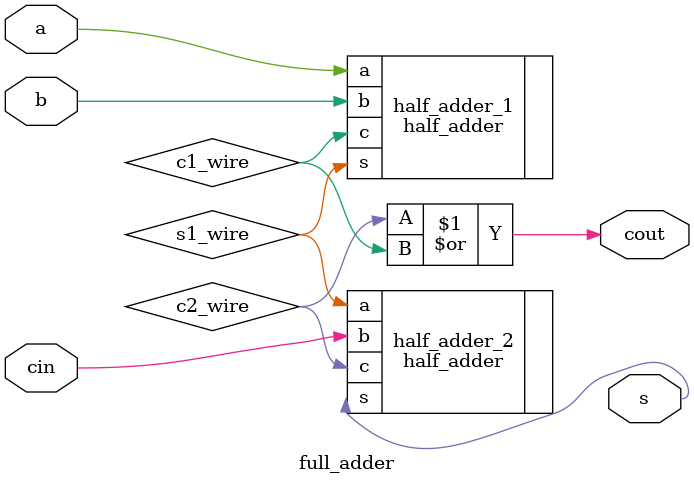
<source format=v>
module full_adder 
(
	input a,
	input b,
	input cin,
	output cout,
	output s
);

wire c1_wire;
wire c2_wire;
wire s1_wire;

half_adder
half_adder_1
(
	.a(a),
	.b(b),
	.c(c1_wire),
	.s(s1_wire)
); 

half_adder
half_adder_2
(
	.a(s1_wire),
	.b(cin),
	.c(c2_wire),
	.s(s)
); 

assign cout = c2_wire | c1_wire;
 
endmodule

</source>
